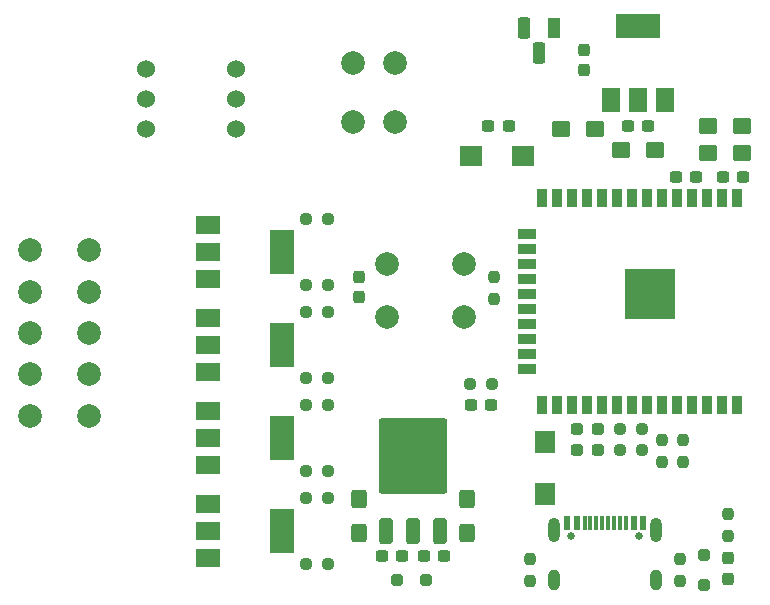
<source format=gts>
G04 #@! TF.GenerationSoftware,KiCad,Pcbnew,8.0.2*
G04 #@! TF.CreationDate,2024-05-03T17:36:45+02:00*
G04 #@! TF.ProjectId,WLED_Controller_PWM,574c4544-5f43-46f6-9e74-726f6c6c6572,rev?*
G04 #@! TF.SameCoordinates,Original*
G04 #@! TF.FileFunction,Soldermask,Top*
G04 #@! TF.FilePolarity,Negative*
%FSLAX46Y46*%
G04 Gerber Fmt 4.6, Leading zero omitted, Abs format (unit mm)*
G04 Created by KiCad (PCBNEW 8.0.2) date 2024-05-03 17:36:45*
%MOMM*%
%LPD*%
G01*
G04 APERTURE LIST*
G04 Aperture macros list*
%AMRoundRect*
0 Rectangle with rounded corners*
0 $1 Rounding radius*
0 $2 $3 $4 $5 $6 $7 $8 $9 X,Y pos of 4 corners*
0 Add a 4 corners polygon primitive as box body*
4,1,4,$2,$3,$4,$5,$6,$7,$8,$9,$2,$3,0*
0 Add four circle primitives for the rounded corners*
1,1,$1+$1,$2,$3*
1,1,$1+$1,$4,$5*
1,1,$1+$1,$6,$7*
1,1,$1+$1,$8,$9*
0 Add four rect primitives between the rounded corners*
20,1,$1+$1,$2,$3,$4,$5,0*
20,1,$1+$1,$4,$5,$6,$7,0*
20,1,$1+$1,$6,$7,$8,$9,0*
20,1,$1+$1,$8,$9,$2,$3,0*%
G04 Aperture macros list end*
%ADD10RoundRect,0.250000X-0.250000X-0.250000X0.250000X-0.250000X0.250000X0.250000X-0.250000X0.250000X0*%
%ADD11RoundRect,0.237500X0.237500X-0.250000X0.237500X0.250000X-0.237500X0.250000X-0.237500X-0.250000X0*%
%ADD12RoundRect,0.237500X0.250000X0.237500X-0.250000X0.237500X-0.250000X-0.237500X0.250000X-0.237500X0*%
%ADD13R,0.900000X1.500000*%
%ADD14R,1.500000X0.900000*%
%ADD15C,0.600000*%
%ADD16R,4.200000X4.200000*%
%ADD17C,2.000000*%
%ADD18RoundRect,0.250000X0.425000X-0.537500X0.425000X0.537500X-0.425000X0.537500X-0.425000X-0.537500X0*%
%ADD19RoundRect,0.237500X-0.250000X-0.237500X0.250000X-0.237500X0.250000X0.237500X-0.250000X0.237500X0*%
%ADD20RoundRect,0.237500X-0.237500X0.300000X-0.237500X-0.300000X0.237500X-0.300000X0.237500X0.300000X0*%
%ADD21R,1.500000X2.000000*%
%ADD22R,3.800000X2.000000*%
%ADD23RoundRect,0.250000X-0.537500X-0.425000X0.537500X-0.425000X0.537500X0.425000X-0.537500X0.425000X0*%
%ADD24R,2.000000X1.500000*%
%ADD25R,2.000000X3.800000*%
%ADD26RoundRect,0.237500X-0.237500X0.250000X-0.237500X-0.250000X0.237500X-0.250000X0.237500X0.250000X0*%
%ADD27RoundRect,0.250000X-0.250000X0.250000X-0.250000X-0.250000X0.250000X-0.250000X0.250000X0.250000X0*%
%ADD28RoundRect,0.237500X0.287500X0.237500X-0.287500X0.237500X-0.287500X-0.237500X0.287500X-0.237500X0*%
%ADD29R,1.700000X1.925000*%
%ADD30RoundRect,0.237500X0.300000X0.237500X-0.300000X0.237500X-0.300000X-0.237500X0.300000X-0.237500X0*%
%ADD31RoundRect,0.237500X0.237500X-0.287500X0.237500X0.287500X-0.237500X0.287500X-0.237500X-0.287500X0*%
%ADD32RoundRect,0.250000X0.350000X-0.850000X0.350000X0.850000X-0.350000X0.850000X-0.350000X-0.850000X0*%
%ADD33RoundRect,0.249997X2.650003X-2.950003X2.650003X2.950003X-2.650003X2.950003X-2.650003X-2.950003X0*%
%ADD34R,1.100000X1.800000*%
%ADD35RoundRect,0.275000X0.275000X0.625000X-0.275000X0.625000X-0.275000X-0.625000X0.275000X-0.625000X0*%
%ADD36RoundRect,0.237500X-0.300000X-0.237500X0.300000X-0.237500X0.300000X0.237500X-0.300000X0.237500X0*%
%ADD37C,0.650000*%
%ADD38R,0.600000X1.240000*%
%ADD39R,0.300000X1.240000*%
%ADD40O,1.000000X2.100000*%
%ADD41O,1.000000X1.800000*%
%ADD42RoundRect,0.250000X0.537500X0.425000X-0.537500X0.425000X-0.537500X-0.425000X0.537500X-0.425000X0*%
%ADD43R,1.925000X1.700000*%
%ADD44C,1.524000*%
G04 APERTURE END LIST*
D10*
X35707000Y1397000D03*
X38207000Y1397000D03*
D11*
X58166000Y11430000D03*
X58166000Y13255000D03*
D12*
X56435000Y12446000D03*
X54610000Y12446000D03*
D13*
X64489000Y33750000D03*
X63219000Y33750000D03*
X61949000Y33750000D03*
X60679000Y33750000D03*
X59409000Y33750000D03*
X58139000Y33750000D03*
X56869000Y33750000D03*
X55599000Y33750000D03*
X54329000Y33750000D03*
X53059000Y33750000D03*
X51789000Y33750000D03*
X50519000Y33750000D03*
X49249000Y33750000D03*
X47979000Y33750000D03*
D14*
X46729000Y30710000D03*
X46729000Y29440000D03*
X46729000Y28170000D03*
X46729000Y26900000D03*
X46729000Y25630000D03*
X46729000Y24360000D03*
X46729000Y23090000D03*
X46729000Y21820000D03*
X46729000Y20550000D03*
X46729000Y19280000D03*
D13*
X47979000Y16250000D03*
X49249000Y16250000D03*
X50519000Y16250000D03*
X51789000Y16250000D03*
X53059000Y16250000D03*
X54329000Y16250000D03*
X55599000Y16250000D03*
X56869000Y16250000D03*
X58139000Y16250000D03*
X59409000Y16250000D03*
X60679000Y16250000D03*
X61949000Y16250000D03*
X63219000Y16250000D03*
X64489000Y16250000D03*
D15*
X57911500Y27205000D03*
X56386500Y27205000D03*
X58674000Y26442500D03*
X57149000Y26442500D03*
X55624000Y26442500D03*
X57911500Y25680000D03*
D16*
X57149000Y25680000D03*
D15*
X56386500Y25680000D03*
X58674000Y24917500D03*
X57149000Y24917500D03*
X55624000Y24917500D03*
X57911500Y24155000D03*
X56386500Y24155000D03*
D17*
X35504000Y40212000D03*
X35504000Y45212000D03*
X32004000Y40212000D03*
X32004000Y45212000D03*
D18*
X32512000Y5420500D03*
X32512000Y8295500D03*
D19*
X41907000Y18040000D03*
X43732000Y18040000D03*
D17*
X9652000Y29352000D03*
X4652000Y29352000D03*
X9652000Y25852000D03*
X4652000Y25852000D03*
X9652000Y22352000D03*
X4652000Y22352000D03*
X9652000Y18852000D03*
X4652000Y18852000D03*
X9652000Y15352000D03*
X4652000Y15352000D03*
D19*
X28043500Y26416000D03*
X29868500Y26416000D03*
D20*
X32512000Y27125000D03*
X32512000Y25400000D03*
D12*
X56435000Y14224000D03*
X54610000Y14224000D03*
D21*
X53834000Y42062000D03*
X56134000Y42062000D03*
D22*
X56134000Y48362000D03*
D21*
X58434000Y42062000D03*
D18*
X41656000Y5420500D03*
X41656000Y8295500D03*
D23*
X49616500Y39624000D03*
X52491500Y39624000D03*
D20*
X51562000Y46328500D03*
X51562000Y44603500D03*
D24*
X19710000Y7888000D03*
X19710000Y5588000D03*
X19710000Y3288000D03*
D25*
X26010000Y5588000D03*
D26*
X43942000Y27074500D03*
X43942000Y25249500D03*
D23*
X62062500Y39878000D03*
X64937500Y39878000D03*
D27*
X61722000Y3536000D03*
X61722000Y1036000D03*
D26*
X46990000Y3198500D03*
X46990000Y1373500D03*
D17*
X34902000Y28194000D03*
X41402000Y28194000D03*
X34902000Y23694000D03*
X41402000Y23694000D03*
D28*
X52691000Y12446000D03*
X50941000Y12446000D03*
D29*
X48260000Y8709500D03*
X48260000Y13134500D03*
D30*
X45159000Y39878000D03*
X43434000Y39878000D03*
X39724500Y3429000D03*
X37999500Y3429000D03*
D19*
X28043500Y18542000D03*
X29868500Y18542000D03*
D12*
X29868500Y8382000D03*
X28043500Y8382000D03*
D26*
X59690000Y3198500D03*
X59690000Y1373500D03*
D31*
X63754000Y1524000D03*
X63754000Y3274000D03*
D24*
X19710000Y15762000D03*
X19710000Y13462000D03*
X19710000Y11162000D03*
D25*
X26010000Y13462000D03*
D19*
X28043500Y10668000D03*
X29868500Y10668000D03*
D32*
X34805000Y5614000D03*
X37085000Y5614000D03*
D33*
X37085000Y11914000D03*
D32*
X39365000Y5614000D03*
D28*
X52691000Y14224000D03*
X50941000Y14224000D03*
D34*
X49022000Y48152000D03*
D35*
X47752000Y46082000D03*
X46482000Y48152000D03*
D36*
X41957000Y16262000D03*
X43682000Y16262000D03*
D30*
X56996500Y39878000D03*
X55271500Y39878000D03*
D37*
X50450000Y5145000D03*
X56230000Y5145000D03*
D38*
X50140000Y6265000D03*
X50940000Y6265000D03*
D39*
X52090000Y6265000D03*
X53090000Y6265000D03*
X53590000Y6265000D03*
X54590000Y6265000D03*
D38*
X55740000Y6265000D03*
X56540000Y6265000D03*
X56540000Y6265000D03*
X55740000Y6265000D03*
D39*
X55090000Y6265000D03*
X54090000Y6265000D03*
X52590000Y6265000D03*
X51590000Y6265000D03*
D38*
X50940000Y6265000D03*
X50140000Y6265000D03*
D40*
X49020000Y5665000D03*
D41*
X49020000Y1465000D03*
D40*
X57660000Y5665000D03*
D41*
X57660000Y1465000D03*
D12*
X29868500Y24130000D03*
X28043500Y24130000D03*
D24*
X19710000Y31510000D03*
X19710000Y29210000D03*
X19710000Y26910000D03*
D25*
X26010000Y29210000D03*
D42*
X57571500Y37846000D03*
X54696500Y37846000D03*
D11*
X59944000Y11430000D03*
X59944000Y13255000D03*
D23*
X62062500Y37592000D03*
X64937500Y37592000D03*
D19*
X28043500Y2794000D03*
X29868500Y2794000D03*
D26*
X63754000Y7008500D03*
X63754000Y5183500D03*
D36*
X63299000Y35560000D03*
X65024000Y35560000D03*
D43*
X41983500Y37338000D03*
X46408500Y37338000D03*
D24*
X19710000Y23636000D03*
X19710000Y21336000D03*
X19710000Y19036000D03*
D25*
X26010000Y21336000D03*
D12*
X29868500Y32004000D03*
X28043500Y32004000D03*
D36*
X59335500Y35560000D03*
X61060500Y35560000D03*
D44*
X14478000Y44704000D03*
X14478000Y42164000D03*
X14478000Y39624000D03*
X22098000Y39624000D03*
X22098000Y42164000D03*
X22098000Y44704000D03*
D12*
X29868500Y16256000D03*
X28043500Y16256000D03*
D36*
X34443500Y3429000D03*
X36168500Y3429000D03*
M02*

</source>
